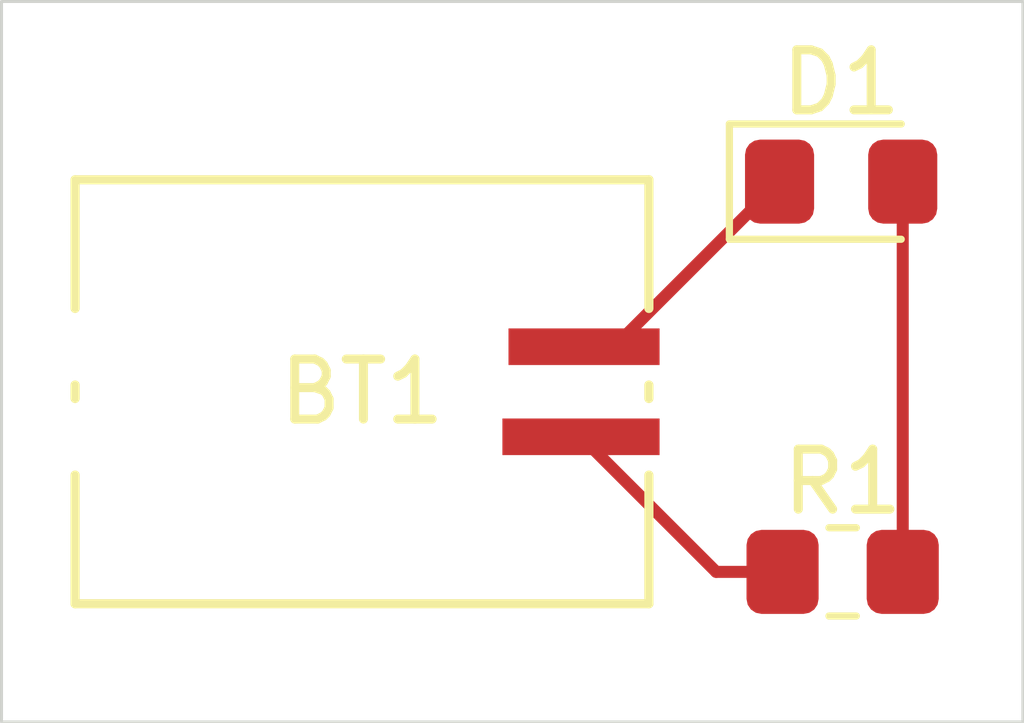
<source format=kicad_pcb>
(kicad_pcb (version 20240108) (generator "pcbnew") (generator_version "8.0")
  (layers (0 "F.Cu" signal) (31 "B.Cu" signal) (34 "B.Paste" user) (35 "F.Paste" user) (36 "B.SilkS" user "B.Silkscreen") (37 "F.SilkS" user "F.Silkscreen") (38 "B.Mask" user) (39 "F.Mask" user) (44 "Edge.Cuts" user))
  (net 0 "")
  (net 1 "Net-(BT1-+)")
  (net 2 "Net-(BT1--)")
  (net 3 "Net-(D1-A)")
  (footprint "FS_3_Global_Footprint_Library:MS621FE-FL11E_SEC" (layer "F.Cu") (at 117.5 68.5 180)
    (property "Reference" "BT1" (at 0 0 0) (layer "F.SilkS"))
    (property "Value" "Battery_Cell")
    (fp_line (start 4.7752 3.5306) (end 4.7752 1.387541) (stroke (width 0.1524)) (layer "F.SilkS"))
    (fp_line (start 4.7752 0.112461) (end 4.7752 -0.112461) (stroke (width 0.1524)) (layer "F.SilkS"))
    (fp_line (start 4.7752 -1.387541) (end 4.7752 -3.5306) (stroke (width 0.1524)) (layer "F.SilkS"))
    (fp_line (start 4.7752 -3.5306) (end -4.7752 -3.5306) (stroke (width 0.1524)) (layer "F.SilkS"))
    (fp_line (start -4.7752 3.5306) (end 4.7752 3.5306) (stroke (width 0.1524)) (layer "F.SilkS"))
    (fp_line (start -4.7752 1.387541) (end -4.7752 3.5306) (stroke (width 0.1524)) (layer "F.SilkS"))
    (fp_line (start -4.7752 -0.112461) (end -4.7752 0.112461) (stroke (width 0.1524)) (layer "F.SilkS"))
    (fp_line (start -4.7752 -3.5306) (end -4.7752 -1.387541) (stroke (width 0.1524)) (layer "F.SilkS"))
    (pad "1" smd rect (at -3.6449 -0.750001 180) (size 2.6162 0.6096) (layers "F.Cu" "F.Paste" "F.Mask") (net 1 "Net-(BT1-+)"))
    (pad "2" smd rect (at -3.6957 0.750001 180) (size 2.5146 0.6096) (layers "F.Cu" "F.Paste" "F.Mask") (net 2 "Net-(BT1--)"))
  )
  (footprint "LED_SMD:LED_0805_2012Metric_Pad1.15x1.40mm_HandSolder" (layer "F.Cu") (at 125.475 65)
    (property "Reference" "D1" (at 0 -1.65 0) (layer "F.SilkS"))
    (property "Value" "LED")
    (fp_line (start -1.86 -0.96) (end -1.86 0.96) (stroke (width 0.12)) (layer "F.SilkS"))
    (fp_line (start -1.86 0.96) (end 1 0.96) (stroke (width 0.12)) (layer "F.SilkS"))
    (fp_line (start 1 -0.96) (end -1.86 -0.96) (stroke (width 0.12)) (layer "F.SilkS"))
    (pad "1" smd roundrect (at -1.025 0) (size 1.15 1.4) (layers "F.Cu" "F.Paste" "F.Mask") (roundrect_rratio 0.217391) (net 2 "Net-(BT1--)"))
    (pad "2" smd roundrect (at 1.025 0) (size 1.15 1.4) (layers "F.Cu" "F.Paste" "F.Mask") (roundrect_rratio 0.217391) (net 3 "Net-(D1-A)"))
  )
  (footprint "Resistor_SMD:R_0805_2012Metric_Pad1.20x1.40mm_HandSolder" (layer "F.Cu") (at 125.5 71.5)
    (property "Reference" "R1" (at 0 -1.5 0) (layer "F.SilkS"))
    (property "Value" "R")
    (fp_line (start -0.227064 -0.735) (end 0.227064 -0.735) (stroke (width 0.12)) (layer "F.SilkS"))
    (fp_line (start -0.227064 0.735) (end 0.227064 0.735) (stroke (width 0.12)) (layer "F.SilkS"))
    (pad "1" smd roundrect (at -1 0) (size 1.2 1.4) (layers "F.Cu" "F.Paste" "F.Mask") (roundrect_rratio 0.208333) (net 1 "Net-(BT1-+)"))
    (pad "2" smd roundrect (at 1 0) (size 1.2 1.4) (layers "F.Cu" "F.Paste" "F.Mask") (roundrect_rratio 0.208333) (net 3 "Net-(D1-A)"))
  )
  (gr_rect (start 111.5 62) (end 128.5 74) (stroke (width 0.05)) (fill none) (layer "Edge.Cuts"))
  (segment (start 123.394899 71.5) (end 121.1449 69.250001) (width 0.2) (layer "F.Cu") (net 1))
  (segment (start 124.5 71.5) (end 123.394899 71.5) (width 0.2) (layer "F.Cu") (net 1))
  (segment (start 121.1957 67.749999) (end 121.700001 67.749999) (width 0.2) (layer "F.Cu") (net 2))
  (segment (start 121.700001 67.749999) (end 124.45 65) (width 0.2) (layer "F.Cu") (net 2))
  (segment (start 126.5 65) (end 126.5 71.5) (width 0.2) (layer "F.Cu") (net 3))
)
</source>
